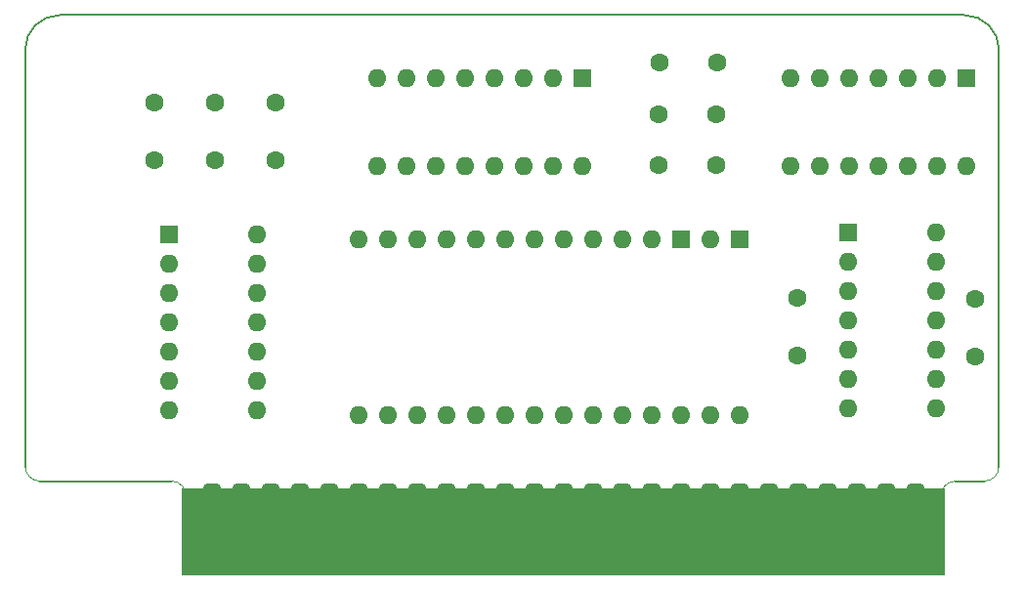
<source format=gts>
G04 #@! TF.GenerationSoftware,KiCad,Pcbnew,(7.0.0-0)*
G04 #@! TF.CreationDate,2024-03-05T23:33:03+09:00*
G04 #@! TF.ProjectId,Grappler_Minus_Keros_alldip_GH_1.4,47726170-706c-4657-925f-4d696e75735f,3*
G04 #@! TF.SameCoordinates,Original*
G04 #@! TF.FileFunction,Soldermask,Top*
G04 #@! TF.FilePolarity,Negative*
%FSLAX46Y46*%
G04 Gerber Fmt 4.6, Leading zero omitted, Abs format (unit mm)*
G04 Created by KiCad (PCBNEW (7.0.0-0)) date 2024-03-05 23:33:03*
%MOMM*%
%LPD*%
G01*
G04 APERTURE LIST*
G04 Aperture macros list*
%AMRoundRect*
0 Rectangle with rounded corners*
0 $1 Rounding radius*
0 $2 $3 $4 $5 $6 $7 $8 $9 X,Y pos of 4 corners*
0 Add a 4 corners polygon primitive as box body*
4,1,4,$2,$3,$4,$5,$6,$7,$8,$9,$2,$3,0*
0 Add four circle primitives for the rounded corners*
1,1,$1+$1,$2,$3*
1,1,$1+$1,$4,$5*
1,1,$1+$1,$6,$7*
1,1,$1+$1,$8,$9*
0 Add four rect primitives between the rounded corners*
20,1,$1+$1,$2,$3,$4,$5,0*
20,1,$1+$1,$4,$5,$6,$7,0*
20,1,$1+$1,$6,$7,$8,$9,0*
20,1,$1+$1,$8,$9,$2,$3,0*%
G04 Aperture macros list end*
%ADD10C,0.050000*%
%ADD11R,1.600000X1.600000*%
%ADD12O,1.600000X1.600000*%
%ADD13C,1.600000*%
%ADD14RoundRect,0.381000X0.381000X3.175000X-0.381000X3.175000X-0.381000X-3.175000X0.381000X-3.175000X0*%
G04 #@! TA.AperFunction,Profile*
%ADD15C,0.100000*%
G04 #@! TD*
G04 #@! TA.AperFunction,Profile*
%ADD16C,0.150000*%
G04 #@! TD*
G04 APERTURE END LIST*
D10*
X110480184Y-125379023D02*
X176500184Y-125379023D01*
X176500184Y-125379023D02*
X176500184Y-132872023D01*
X176500184Y-132872023D02*
X110480184Y-132872023D01*
X110480184Y-132872023D02*
X110480184Y-125379023D01*
G36*
X110480184Y-125379023D02*
G01*
X176500184Y-125379023D01*
X176500184Y-132872023D01*
X110480184Y-132872023D01*
X110480184Y-125379023D01*
G37*
D11*
X145225183Y-89824022D03*
D12*
X142685183Y-89824022D03*
X140145183Y-89824022D03*
X137605183Y-89824022D03*
X135065183Y-89824022D03*
X132525183Y-89824022D03*
X129985183Y-89824022D03*
X127445183Y-89824022D03*
X127445183Y-97444022D03*
X129985183Y-97444022D03*
X132525183Y-97444022D03*
X135065183Y-97444022D03*
X137605183Y-97444022D03*
X140145183Y-97444022D03*
X142685183Y-97444022D03*
X145225183Y-97444022D03*
D13*
X118565184Y-96954023D03*
X118565184Y-91954023D03*
X108135184Y-96954023D03*
X108135184Y-91954023D03*
D14*
X113065184Y-128554023D03*
X115605184Y-128554023D03*
X118145184Y-128554023D03*
X120685184Y-128554023D03*
X123225184Y-128554023D03*
X125765184Y-128554023D03*
X128305184Y-128554023D03*
X130845184Y-128554023D03*
X133385184Y-128554023D03*
X135925184Y-128554023D03*
X138465184Y-128554023D03*
X141005184Y-128554023D03*
X143545184Y-128554023D03*
X146085184Y-128554023D03*
X148625184Y-128554023D03*
X151165184Y-128554023D03*
X153705184Y-128554023D03*
X156245184Y-128554023D03*
X158785184Y-128554023D03*
X161325184Y-128554023D03*
X163865184Y-128554023D03*
X166405184Y-128554023D03*
X168945184Y-128554023D03*
X171485184Y-128554023D03*
X174025184Y-128554023D03*
D11*
X109335183Y-103414022D03*
D12*
X109335183Y-105954022D03*
X109335183Y-108494022D03*
X109335183Y-111034022D03*
X109335183Y-113574022D03*
X109335183Y-116114022D03*
X109335183Y-118654022D03*
X116955183Y-118654022D03*
X116955183Y-116114022D03*
X116955183Y-113574022D03*
X116955183Y-111034022D03*
X116955183Y-108494022D03*
X116955183Y-105954022D03*
X116955183Y-103414022D03*
D13*
X179235184Y-108944023D03*
X179235184Y-113944023D03*
D11*
X153715183Y-103809022D03*
D12*
X151175183Y-103809022D03*
X148635183Y-103809022D03*
X146095183Y-103809022D03*
X143555183Y-103809022D03*
X141015183Y-103809022D03*
X138475183Y-103809022D03*
X135935183Y-103809022D03*
X133395183Y-103809022D03*
X130855183Y-103809022D03*
X128315183Y-103809022D03*
X125775183Y-103809022D03*
X125775183Y-119049022D03*
X128315183Y-119049022D03*
X130855183Y-119049022D03*
X133395183Y-119049022D03*
X135935183Y-119049022D03*
X138475183Y-119049022D03*
X141015183Y-119049022D03*
X143555183Y-119049022D03*
X146095183Y-119049022D03*
X148635183Y-119049022D03*
X151175183Y-119049022D03*
X153715183Y-119049022D03*
D13*
X151885184Y-88454023D03*
X156885184Y-88454023D03*
X113345184Y-91984023D03*
X113345184Y-96984023D03*
D11*
X168193183Y-103174022D03*
D12*
X168193183Y-105714022D03*
X168193183Y-108254022D03*
X168193183Y-110794022D03*
X168193183Y-113334022D03*
X168193183Y-115874022D03*
X168193183Y-118414022D03*
X175813183Y-118414022D03*
X175813183Y-115874022D03*
X175813183Y-113334022D03*
X175813183Y-110794022D03*
X175813183Y-108254022D03*
X175813183Y-105714022D03*
X175813183Y-103174022D03*
D13*
X163855184Y-113874023D03*
X151815184Y-97394023D03*
X156815184Y-97394023D03*
D11*
X158795183Y-103809022D03*
D12*
X156255183Y-103809022D03*
X153715183Y-103809022D03*
X151175183Y-103809022D03*
X148635183Y-103809022D03*
X146095183Y-103809022D03*
X143555183Y-103809022D03*
X141015183Y-103809022D03*
X138475183Y-103809022D03*
X135935183Y-103809022D03*
X133395183Y-103809022D03*
X130855183Y-103809022D03*
X128315183Y-103809022D03*
X125775183Y-103809022D03*
X125775183Y-119049022D03*
X128315183Y-119049022D03*
X130855183Y-119049022D03*
X133395183Y-119049022D03*
X135935183Y-119049022D03*
X138475183Y-119049022D03*
X141015183Y-119049022D03*
X143555183Y-119049022D03*
X146095183Y-119049022D03*
X148635183Y-119049022D03*
X151175183Y-119049022D03*
X153715183Y-119049022D03*
X156255183Y-119049022D03*
X158795183Y-119049022D03*
D13*
X151765184Y-93004023D03*
X156765184Y-93004023D03*
D11*
X178480183Y-89839022D03*
D12*
X175940183Y-89839022D03*
X173400183Y-89839022D03*
X170860183Y-89839022D03*
X168320183Y-89839022D03*
X165780183Y-89839022D03*
X163240183Y-89839022D03*
X163240183Y-97459022D03*
X165780183Y-97459022D03*
X168320183Y-97459022D03*
X170860183Y-97459022D03*
X173400183Y-97459022D03*
X175940183Y-97459022D03*
X178480183Y-97459022D03*
D13*
X163855184Y-108874023D03*
X163855184Y-113874023D03*
D15*
X180013184Y-124768984D02*
G75*
G03*
X181283184Y-123499023I16J1269984D01*
G01*
D16*
X96915184Y-123494023D02*
X96915184Y-87344023D01*
X181283184Y-123499023D02*
X181287184Y-87349023D01*
X109582684Y-124764023D02*
X98185184Y-124764023D01*
D15*
X176257684Y-131749023D02*
X175622684Y-132384023D01*
X175622684Y-132384023D02*
X111487684Y-132384023D01*
D16*
X180013184Y-124769023D02*
X177527684Y-124764023D01*
D15*
X96915177Y-123494023D02*
G75*
G03*
X98185184Y-124764023I1270023J23D01*
G01*
X176257684Y-126034023D02*
X176257684Y-131749023D01*
X110852677Y-126034023D02*
G75*
G03*
X109582684Y-124764023I-1269977J23D01*
G01*
D16*
X181287177Y-87349023D02*
G75*
G03*
X178307184Y-84369023I-2979977J23D01*
G01*
X99895184Y-84363984D02*
G75*
G03*
X96915184Y-87344023I16J-2980016D01*
G01*
X99895184Y-84364023D02*
X178307184Y-84369023D01*
D15*
X177527684Y-124763984D02*
G75*
G03*
X176257684Y-126034023I16J-1270016D01*
G01*
X110852684Y-126034023D02*
X110852684Y-131749023D01*
X110852684Y-131749023D02*
X111487684Y-132384023D01*
M02*

</source>
